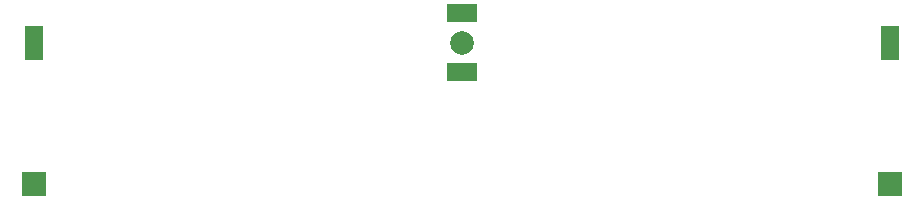
<source format=gbr>
%TF.GenerationSoftware,KiCad,Pcbnew,(6.0.6-0)*%
%TF.CreationDate,2022-09-18T15:49:11+02:00*%
%TF.ProjectId,magnetic-18350-holder-charger,6d61676e-6574-4696-932d-31383335302d,rev?*%
%TF.SameCoordinates,Original*%
%TF.FileFunction,Soldermask,Top*%
%TF.FilePolarity,Negative*%
%FSLAX46Y46*%
G04 Gerber Fmt 4.6, Leading zero omitted, Abs format (unit mm)*
G04 Created by KiCad (PCBNEW (6.0.6-0)) date 2022-09-18 15:49:11*
%MOMM*%
%LPD*%
G01*
G04 APERTURE LIST*
%ADD10R,2.000000X2.000000*%
%ADD11R,1.500000X3.000000*%
%ADD12C,2.000000*%
%ADD13R,2.500000X1.500000*%
G04 APERTURE END LIST*
D10*
%TO.C,VBAT+*%
X102800000Y-102500000D03*
%TD*%
%TO.C,VBAT-*%
X175300000Y-102500000D03*
%TD*%
D11*
%TO.C,U3*%
X102814644Y-90521091D03*
X175314644Y-90521091D03*
%TD*%
D12*
%TO.C,U2*%
X139050000Y-90500000D03*
D13*
X139050000Y-88000000D03*
X139050000Y-93000000D03*
%TD*%
M02*

</source>
